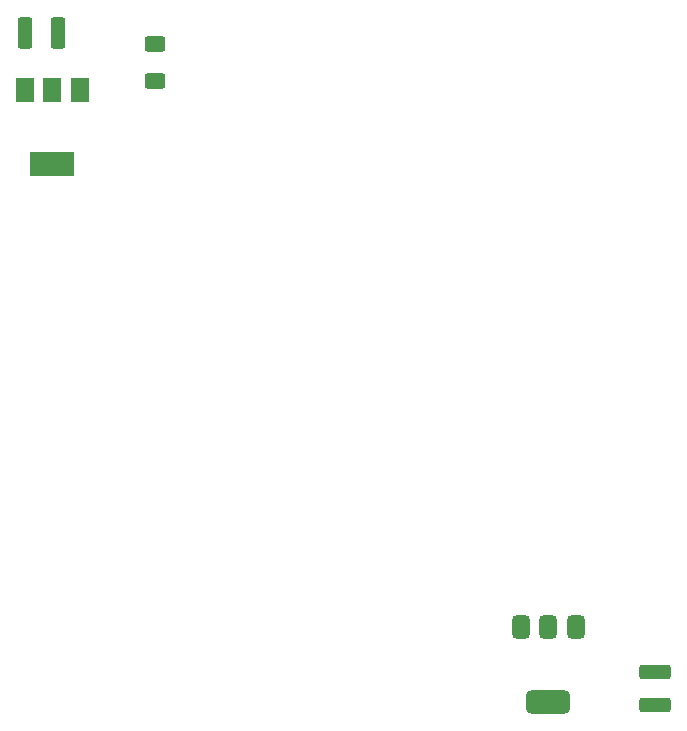
<source format=gbr>
%TF.GenerationSoftware,KiCad,Pcbnew,8.0.4*%
%TF.CreationDate,2024-07-20T23:26:19-04:00*%
%TF.ProjectId,esp32-node-board-40x65_telemetry,65737033-322d-46e6-9f64-652d626f6172,rev?*%
%TF.SameCoordinates,Original*%
%TF.FileFunction,Paste,Bot*%
%TF.FilePolarity,Positive*%
%FSLAX46Y46*%
G04 Gerber Fmt 4.6, Leading zero omitted, Abs format (unit mm)*
G04 Created by KiCad (PCBNEW 8.0.4) date 2024-07-20 23:26:19*
%MOMM*%
%LPD*%
G01*
G04 APERTURE LIST*
G04 Aperture macros list*
%AMRoundRect*
0 Rectangle with rounded corners*
0 $1 Rounding radius*
0 $2 $3 $4 $5 $6 $7 $8 $9 X,Y pos of 4 corners*
0 Add a 4 corners polygon primitive as box body*
4,1,4,$2,$3,$4,$5,$6,$7,$8,$9,$2,$3,0*
0 Add four circle primitives for the rounded corners*
1,1,$1+$1,$2,$3*
1,1,$1+$1,$4,$5*
1,1,$1+$1,$6,$7*
1,1,$1+$1,$8,$9*
0 Add four rect primitives between the rounded corners*
20,1,$1+$1,$2,$3,$4,$5,0*
20,1,$1+$1,$4,$5,$6,$7,0*
20,1,$1+$1,$6,$7,$8,$9,0*
20,1,$1+$1,$8,$9,$2,$3,0*%
G04 Aperture macros list end*
%ADD10RoundRect,0.250000X-1.075000X0.375000X-1.075000X-0.375000X1.075000X-0.375000X1.075000X0.375000X0*%
%ADD11RoundRect,0.250000X-0.625000X0.400000X-0.625000X-0.400000X0.625000X-0.400000X0.625000X0.400000X0*%
%ADD12RoundRect,0.250000X-0.375000X-1.075000X0.375000X-1.075000X0.375000X1.075000X-0.375000X1.075000X0*%
%ADD13R,1.500000X2.000000*%
%ADD14R,3.800000X2.000000*%
%ADD15RoundRect,0.375000X-0.375000X0.625000X-0.375000X-0.625000X0.375000X-0.625000X0.375000X0.625000X0*%
%ADD16RoundRect,0.500000X-1.400000X0.500000X-1.400000X-0.500000X1.400000X-0.500000X1.400000X0.500000X0*%
G04 APERTURE END LIST*
D10*
%TO.C,D7*%
X142000000Y-101850000D03*
X142000000Y-104650000D03*
%TD*%
D11*
%TO.C,R1*%
X99700000Y-48700000D03*
X99700000Y-51800000D03*
%TD*%
D12*
%TO.C,D4*%
X88700000Y-47750000D03*
X91500000Y-47750000D03*
%TD*%
D13*
%TO.C,U1*%
X88700000Y-52600000D03*
X91000000Y-52600000D03*
D14*
X91000000Y-58900000D03*
D13*
X93300000Y-52600000D03*
%TD*%
D15*
%TO.C,U11*%
X130700000Y-98100000D03*
X133000000Y-98100000D03*
D16*
X133000000Y-104400000D03*
D15*
X135300000Y-98100000D03*
%TD*%
M02*

</source>
